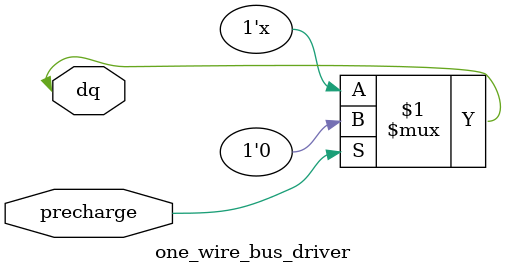
<source format=sv>
module one_wire_codec (
    input clk, rst,
    inout dq,
    output [7:0] romcode
);
    // 内部连线
    wire precharge;
    wire [2:0] state;
    
    // 控制器子模块
    one_wire_controller controller (
        .clk(clk),
        .rst(rst),
        .dq(dq),
        .state(state),
        .precharge(precharge)
    );
    
    // 数据读取子模块
    one_wire_data_reader data_reader (
        .clk(clk),
        .rst(rst),
        .dq(dq),
        .state(state),
        .romcode(romcode)
    );
    
    // 总线驱动子模块
    one_wire_bus_driver bus_driver (
        .precharge(precharge),
        .dq(dq)
    );
endmodule

// 总线控制器子模块
module one_wire_controller (
    input clk, rst,
    input dq,
    output reg [2:0] state,
    output reg precharge
);
    always @(negedge clk) begin
        if (rst) begin
            state <= 3'd0;
            precharge <= 1'b0;
        end else begin
            case(state)
                3'd0: begin // 检测复位脉冲
                    if(!dq) begin
                        precharge <= 1'b1;
                        state <= 3'd1;
                    end
                end
                3'd1: begin // 释放总线
                    precharge <= 1'b0;
                    if(dq) begin
                        state <= 3'd2;
                    end
                end
                3'd2: state <= 3'd3; // ROM读取第一位后状态转换
                3'd3: state <= 3'd4; // ROM读取第二位后状态转换
                3'd4: state <= 3'd5; // ROM读取第三位后状态转换
                3'd5: state <= 3'd6; // ROM读取第四位后状态转换
                3'd6: state <= 3'd7; // ROM读取第五位后状态转换
                3'd7: state <= 3'd0; // 读取完成，返回初始状态
                default: state <= 3'd0;
            endcase
        end
    end
endmodule

// 数据读取子模块
module one_wire_data_reader (
    input clk, rst,
    input dq,
    input [2:0] state,
    output reg [7:0] romcode
);
    always @(negedge clk) begin
        if (rst) begin
            romcode <= 8'd0;
        end else begin
            case(state)
                3'd1: begin
                    if(dq) begin
                        romcode <= 8'd0; // 初始化
                    end
                end
                3'd2: romcode[0] <= dq; // 读取第一位
                3'd3: romcode[1] <= dq; // 读取第二位
                3'd4: romcode[2] <= dq; // 读取第三位
                3'd5: romcode[3] <= dq; // 读取第四位
                3'd6: romcode[4] <= dq; // 读取第五位
                3'd7: romcode[5] <= dq; // 读取第六位
                // 注：原代码只实际读取了6位，第7-8位保持为0
            endcase
        end
    end
endmodule

// 总线驱动子模块
module one_wire_bus_driver (
    input precharge,
    inout dq
);
    // 三态控制
    assign dq = precharge ? 1'b0 : 1'bz;
endmodule
</source>
